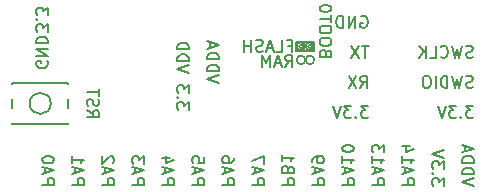
<source format=gbr>
G04 #@! TF.FileFunction,Legend,Bot*
%FSLAX46Y46*%
G04 Gerber Fmt 4.6, Leading zero omitted, Abs format (unit mm)*
G04 Created by KiCad (PCBNEW 0.201510100348+6257~30~ubuntu14.04.1-product) date jeu. 15 oct. 2015 23:40:22 CEST*
%MOMM*%
G01*
G04 APERTURE LIST*
%ADD10C,0.100000*%
%ADD11C,0.200000*%
%ADD12C,0.150000*%
G04 APERTURE END LIST*
D10*
D11*
X121467619Y-111585476D02*
X121943810Y-111918810D01*
X121467619Y-112156905D02*
X122467619Y-112156905D01*
X122467619Y-111775952D01*
X122420000Y-111680714D01*
X122372381Y-111633095D01*
X122277143Y-111585476D01*
X122134286Y-111585476D01*
X122039048Y-111633095D01*
X121991429Y-111680714D01*
X121943810Y-111775952D01*
X121943810Y-112156905D01*
X121515238Y-111204524D02*
X121467619Y-111061667D01*
X121467619Y-110823571D01*
X121515238Y-110728333D01*
X121562857Y-110680714D01*
X121658095Y-110633095D01*
X121753333Y-110633095D01*
X121848571Y-110680714D01*
X121896190Y-110728333D01*
X121943810Y-110823571D01*
X121991429Y-111014048D01*
X122039048Y-111109286D01*
X122086667Y-111156905D01*
X122181905Y-111204524D01*
X122277143Y-111204524D01*
X122372381Y-111156905D01*
X122420000Y-111109286D01*
X122467619Y-111014048D01*
X122467619Y-110775952D01*
X122420000Y-110633095D01*
X122467619Y-110347381D02*
X122467619Y-109775952D01*
X121467619Y-110061667D02*
X122467619Y-110061667D01*
X154217619Y-118014762D02*
X153217619Y-117681429D01*
X154217619Y-117348095D01*
X153217619Y-117014762D02*
X154217619Y-117014762D01*
X154217619Y-116776667D01*
X154170000Y-116633809D01*
X154074762Y-116538571D01*
X153979524Y-116490952D01*
X153789048Y-116443333D01*
X153646190Y-116443333D01*
X153455714Y-116490952D01*
X153360476Y-116538571D01*
X153265238Y-116633809D01*
X153217619Y-116776667D01*
X153217619Y-117014762D01*
X153217619Y-116014762D02*
X154217619Y-116014762D01*
X154217619Y-115776667D01*
X154170000Y-115633809D01*
X154074762Y-115538571D01*
X153979524Y-115490952D01*
X153789048Y-115443333D01*
X153646190Y-115443333D01*
X153455714Y-115490952D01*
X153360476Y-115538571D01*
X153265238Y-115633809D01*
X153217619Y-115776667D01*
X153217619Y-116014762D01*
X153503333Y-115062381D02*
X153503333Y-114586190D01*
X153217619Y-115157619D02*
X154217619Y-114824286D01*
X153217619Y-114490952D01*
X151677619Y-117967143D02*
X151677619Y-117348095D01*
X151296667Y-117681429D01*
X151296667Y-117538571D01*
X151249048Y-117443333D01*
X151201429Y-117395714D01*
X151106190Y-117348095D01*
X150868095Y-117348095D01*
X150772857Y-117395714D01*
X150725238Y-117443333D01*
X150677619Y-117538571D01*
X150677619Y-117824286D01*
X150725238Y-117919524D01*
X150772857Y-117967143D01*
X150772857Y-116919524D02*
X150725238Y-116871905D01*
X150677619Y-116919524D01*
X150725238Y-116967143D01*
X150772857Y-116919524D01*
X150677619Y-116919524D01*
X151677619Y-116538572D02*
X151677619Y-115919524D01*
X151296667Y-116252858D01*
X151296667Y-116110000D01*
X151249048Y-116014762D01*
X151201429Y-115967143D01*
X151106190Y-115919524D01*
X150868095Y-115919524D01*
X150772857Y-115967143D01*
X150725238Y-116014762D01*
X150677619Y-116110000D01*
X150677619Y-116395715D01*
X150725238Y-116490953D01*
X150772857Y-116538572D01*
X151677619Y-115633810D02*
X150677619Y-115300477D01*
X151677619Y-114967143D01*
X148137619Y-117871905D02*
X149137619Y-117871905D01*
X149137619Y-117490952D01*
X149090000Y-117395714D01*
X149042381Y-117348095D01*
X148947143Y-117300476D01*
X148804286Y-117300476D01*
X148709048Y-117348095D01*
X148661429Y-117395714D01*
X148613810Y-117490952D01*
X148613810Y-117871905D01*
X148423333Y-116919524D02*
X148423333Y-116443333D01*
X148137619Y-117014762D02*
X149137619Y-116681429D01*
X148137619Y-116348095D01*
X148137619Y-115490952D02*
X148137619Y-116062381D01*
X148137619Y-115776667D02*
X149137619Y-115776667D01*
X148994762Y-115871905D01*
X148899524Y-115967143D01*
X148851905Y-116062381D01*
X148804286Y-114633809D02*
X148137619Y-114633809D01*
X149185238Y-114871905D02*
X148470952Y-115110000D01*
X148470952Y-114490952D01*
X145597619Y-117871905D02*
X146597619Y-117871905D01*
X146597619Y-117490952D01*
X146550000Y-117395714D01*
X146502381Y-117348095D01*
X146407143Y-117300476D01*
X146264286Y-117300476D01*
X146169048Y-117348095D01*
X146121429Y-117395714D01*
X146073810Y-117490952D01*
X146073810Y-117871905D01*
X145883333Y-116919524D02*
X145883333Y-116443333D01*
X145597619Y-117014762D02*
X146597619Y-116681429D01*
X145597619Y-116348095D01*
X145597619Y-115490952D02*
X145597619Y-116062381D01*
X145597619Y-115776667D02*
X146597619Y-115776667D01*
X146454762Y-115871905D01*
X146359524Y-115967143D01*
X146311905Y-116062381D01*
X146597619Y-115157619D02*
X146597619Y-114538571D01*
X146216667Y-114871905D01*
X146216667Y-114729047D01*
X146169048Y-114633809D01*
X146121429Y-114586190D01*
X146026190Y-114538571D01*
X145788095Y-114538571D01*
X145692857Y-114586190D01*
X145645238Y-114633809D01*
X145597619Y-114729047D01*
X145597619Y-115014762D01*
X145645238Y-115110000D01*
X145692857Y-115157619D01*
X143057619Y-117871905D02*
X144057619Y-117871905D01*
X144057619Y-117490952D01*
X144010000Y-117395714D01*
X143962381Y-117348095D01*
X143867143Y-117300476D01*
X143724286Y-117300476D01*
X143629048Y-117348095D01*
X143581429Y-117395714D01*
X143533810Y-117490952D01*
X143533810Y-117871905D01*
X143343333Y-116919524D02*
X143343333Y-116443333D01*
X143057619Y-117014762D02*
X144057619Y-116681429D01*
X143057619Y-116348095D01*
X143057619Y-115490952D02*
X143057619Y-116062381D01*
X143057619Y-115776667D02*
X144057619Y-115776667D01*
X143914762Y-115871905D01*
X143819524Y-115967143D01*
X143771905Y-116062381D01*
X144057619Y-114871905D02*
X144057619Y-114776666D01*
X144010000Y-114681428D01*
X143962381Y-114633809D01*
X143867143Y-114586190D01*
X143676667Y-114538571D01*
X143438571Y-114538571D01*
X143248095Y-114586190D01*
X143152857Y-114633809D01*
X143105238Y-114681428D01*
X143057619Y-114776666D01*
X143057619Y-114871905D01*
X143105238Y-114967143D01*
X143152857Y-115014762D01*
X143248095Y-115062381D01*
X143438571Y-115110000D01*
X143676667Y-115110000D01*
X143867143Y-115062381D01*
X143962381Y-115014762D01*
X144010000Y-114967143D01*
X144057619Y-114871905D01*
X140517619Y-117871905D02*
X141517619Y-117871905D01*
X141517619Y-117490952D01*
X141470000Y-117395714D01*
X141422381Y-117348095D01*
X141327143Y-117300476D01*
X141184286Y-117300476D01*
X141089048Y-117348095D01*
X141041429Y-117395714D01*
X140993810Y-117490952D01*
X140993810Y-117871905D01*
X140803333Y-116919524D02*
X140803333Y-116443333D01*
X140517619Y-117014762D02*
X141517619Y-116681429D01*
X140517619Y-116348095D01*
X140517619Y-115967143D02*
X140517619Y-115776667D01*
X140565238Y-115681428D01*
X140612857Y-115633809D01*
X140755714Y-115538571D01*
X140946190Y-115490952D01*
X141327143Y-115490952D01*
X141422381Y-115538571D01*
X141470000Y-115586190D01*
X141517619Y-115681428D01*
X141517619Y-115871905D01*
X141470000Y-115967143D01*
X141422381Y-116014762D01*
X141327143Y-116062381D01*
X141089048Y-116062381D01*
X140993810Y-116014762D01*
X140946190Y-115967143D01*
X140898571Y-115871905D01*
X140898571Y-115681428D01*
X140946190Y-115586190D01*
X140993810Y-115538571D01*
X141089048Y-115490952D01*
X137977619Y-117871905D02*
X138977619Y-117871905D01*
X138977619Y-117490952D01*
X138930000Y-117395714D01*
X138882381Y-117348095D01*
X138787143Y-117300476D01*
X138644286Y-117300476D01*
X138549048Y-117348095D01*
X138501429Y-117395714D01*
X138453810Y-117490952D01*
X138453810Y-117871905D01*
X138501429Y-116538571D02*
X138453810Y-116395714D01*
X138406190Y-116348095D01*
X138310952Y-116300476D01*
X138168095Y-116300476D01*
X138072857Y-116348095D01*
X138025238Y-116395714D01*
X137977619Y-116490952D01*
X137977619Y-116871905D01*
X138977619Y-116871905D01*
X138977619Y-116538571D01*
X138930000Y-116443333D01*
X138882381Y-116395714D01*
X138787143Y-116348095D01*
X138691905Y-116348095D01*
X138596667Y-116395714D01*
X138549048Y-116443333D01*
X138501429Y-116538571D01*
X138501429Y-116871905D01*
X137977619Y-115348095D02*
X137977619Y-115919524D01*
X137977619Y-115633810D02*
X138977619Y-115633810D01*
X138834762Y-115729048D01*
X138739524Y-115824286D01*
X138691905Y-115919524D01*
X135437619Y-117871905D02*
X136437619Y-117871905D01*
X136437619Y-117490952D01*
X136390000Y-117395714D01*
X136342381Y-117348095D01*
X136247143Y-117300476D01*
X136104286Y-117300476D01*
X136009048Y-117348095D01*
X135961429Y-117395714D01*
X135913810Y-117490952D01*
X135913810Y-117871905D01*
X135723333Y-116919524D02*
X135723333Y-116443333D01*
X135437619Y-117014762D02*
X136437619Y-116681429D01*
X135437619Y-116348095D01*
X136437619Y-116110000D02*
X136437619Y-115443333D01*
X135437619Y-115871905D01*
X132897619Y-117871905D02*
X133897619Y-117871905D01*
X133897619Y-117490952D01*
X133850000Y-117395714D01*
X133802381Y-117348095D01*
X133707143Y-117300476D01*
X133564286Y-117300476D01*
X133469048Y-117348095D01*
X133421429Y-117395714D01*
X133373810Y-117490952D01*
X133373810Y-117871905D01*
X133183333Y-116919524D02*
X133183333Y-116443333D01*
X132897619Y-117014762D02*
X133897619Y-116681429D01*
X132897619Y-116348095D01*
X133897619Y-115586190D02*
X133897619Y-115776667D01*
X133850000Y-115871905D01*
X133802381Y-115919524D01*
X133659524Y-116014762D01*
X133469048Y-116062381D01*
X133088095Y-116062381D01*
X132992857Y-116014762D01*
X132945238Y-115967143D01*
X132897619Y-115871905D01*
X132897619Y-115681428D01*
X132945238Y-115586190D01*
X132992857Y-115538571D01*
X133088095Y-115490952D01*
X133326190Y-115490952D01*
X133421429Y-115538571D01*
X133469048Y-115586190D01*
X133516667Y-115681428D01*
X133516667Y-115871905D01*
X133469048Y-115967143D01*
X133421429Y-116014762D01*
X133326190Y-116062381D01*
X130357619Y-117871905D02*
X131357619Y-117871905D01*
X131357619Y-117490952D01*
X131310000Y-117395714D01*
X131262381Y-117348095D01*
X131167143Y-117300476D01*
X131024286Y-117300476D01*
X130929048Y-117348095D01*
X130881429Y-117395714D01*
X130833810Y-117490952D01*
X130833810Y-117871905D01*
X130643333Y-116919524D02*
X130643333Y-116443333D01*
X130357619Y-117014762D02*
X131357619Y-116681429D01*
X130357619Y-116348095D01*
X131357619Y-115538571D02*
X131357619Y-116014762D01*
X130881429Y-116062381D01*
X130929048Y-116014762D01*
X130976667Y-115919524D01*
X130976667Y-115681428D01*
X130929048Y-115586190D01*
X130881429Y-115538571D01*
X130786190Y-115490952D01*
X130548095Y-115490952D01*
X130452857Y-115538571D01*
X130405238Y-115586190D01*
X130357619Y-115681428D01*
X130357619Y-115919524D01*
X130405238Y-116014762D01*
X130452857Y-116062381D01*
X127817619Y-117871905D02*
X128817619Y-117871905D01*
X128817619Y-117490952D01*
X128770000Y-117395714D01*
X128722381Y-117348095D01*
X128627143Y-117300476D01*
X128484286Y-117300476D01*
X128389048Y-117348095D01*
X128341429Y-117395714D01*
X128293810Y-117490952D01*
X128293810Y-117871905D01*
X128103333Y-116919524D02*
X128103333Y-116443333D01*
X127817619Y-117014762D02*
X128817619Y-116681429D01*
X127817619Y-116348095D01*
X128484286Y-115586190D02*
X127817619Y-115586190D01*
X128865238Y-115824286D02*
X128150952Y-116062381D01*
X128150952Y-115443333D01*
X125277619Y-117871905D02*
X126277619Y-117871905D01*
X126277619Y-117490952D01*
X126230000Y-117395714D01*
X126182381Y-117348095D01*
X126087143Y-117300476D01*
X125944286Y-117300476D01*
X125849048Y-117348095D01*
X125801429Y-117395714D01*
X125753810Y-117490952D01*
X125753810Y-117871905D01*
X125563333Y-116919524D02*
X125563333Y-116443333D01*
X125277619Y-117014762D02*
X126277619Y-116681429D01*
X125277619Y-116348095D01*
X126277619Y-116110000D02*
X126277619Y-115490952D01*
X125896667Y-115824286D01*
X125896667Y-115681428D01*
X125849048Y-115586190D01*
X125801429Y-115538571D01*
X125706190Y-115490952D01*
X125468095Y-115490952D01*
X125372857Y-115538571D01*
X125325238Y-115586190D01*
X125277619Y-115681428D01*
X125277619Y-115967143D01*
X125325238Y-116062381D01*
X125372857Y-116110000D01*
X122737619Y-117871905D02*
X123737619Y-117871905D01*
X123737619Y-117490952D01*
X123690000Y-117395714D01*
X123642381Y-117348095D01*
X123547143Y-117300476D01*
X123404286Y-117300476D01*
X123309048Y-117348095D01*
X123261429Y-117395714D01*
X123213810Y-117490952D01*
X123213810Y-117871905D01*
X123023333Y-116919524D02*
X123023333Y-116443333D01*
X122737619Y-117014762D02*
X123737619Y-116681429D01*
X122737619Y-116348095D01*
X123642381Y-116062381D02*
X123690000Y-116014762D01*
X123737619Y-115919524D01*
X123737619Y-115681428D01*
X123690000Y-115586190D01*
X123642381Y-115538571D01*
X123547143Y-115490952D01*
X123451905Y-115490952D01*
X123309048Y-115538571D01*
X122737619Y-116110000D01*
X122737619Y-115490952D01*
X120197619Y-117871905D02*
X121197619Y-117871905D01*
X121197619Y-117490952D01*
X121150000Y-117395714D01*
X121102381Y-117348095D01*
X121007143Y-117300476D01*
X120864286Y-117300476D01*
X120769048Y-117348095D01*
X120721429Y-117395714D01*
X120673810Y-117490952D01*
X120673810Y-117871905D01*
X120483333Y-116919524D02*
X120483333Y-116443333D01*
X120197619Y-117014762D02*
X121197619Y-116681429D01*
X120197619Y-116348095D01*
X120197619Y-115490952D02*
X120197619Y-116062381D01*
X120197619Y-115776667D02*
X121197619Y-115776667D01*
X121054762Y-115871905D01*
X120959524Y-115967143D01*
X120911905Y-116062381D01*
X117657619Y-117871905D02*
X118657619Y-117871905D01*
X118657619Y-117490952D01*
X118610000Y-117395714D01*
X118562381Y-117348095D01*
X118467143Y-117300476D01*
X118324286Y-117300476D01*
X118229048Y-117348095D01*
X118181429Y-117395714D01*
X118133810Y-117490952D01*
X118133810Y-117871905D01*
X117943333Y-116919524D02*
X117943333Y-116443333D01*
X117657619Y-117014762D02*
X118657619Y-116681429D01*
X117657619Y-116348095D01*
X118657619Y-115824286D02*
X118657619Y-115729047D01*
X118610000Y-115633809D01*
X118562381Y-115586190D01*
X118467143Y-115538571D01*
X118276667Y-115490952D01*
X118038571Y-115490952D01*
X117848095Y-115538571D01*
X117752857Y-115586190D01*
X117705238Y-115633809D01*
X117657619Y-115729047D01*
X117657619Y-115824286D01*
X117705238Y-115919524D01*
X117752857Y-115967143D01*
X117848095Y-116014762D01*
X118038571Y-116062381D01*
X118276667Y-116062381D01*
X118467143Y-116014762D01*
X118562381Y-115967143D01*
X118610000Y-115919524D01*
X118657619Y-115824286D01*
X130087619Y-111521143D02*
X130087619Y-110902095D01*
X129706667Y-111235429D01*
X129706667Y-111092571D01*
X129659048Y-110997333D01*
X129611429Y-110949714D01*
X129516190Y-110902095D01*
X129278095Y-110902095D01*
X129182857Y-110949714D01*
X129135238Y-110997333D01*
X129087619Y-111092571D01*
X129087619Y-111378286D01*
X129135238Y-111473524D01*
X129182857Y-111521143D01*
X129182857Y-110473524D02*
X129135238Y-110425905D01*
X129087619Y-110473524D01*
X129135238Y-110521143D01*
X129182857Y-110473524D01*
X129087619Y-110473524D01*
X130087619Y-110092572D02*
X130087619Y-109473524D01*
X129706667Y-109806858D01*
X129706667Y-109664000D01*
X129659048Y-109568762D01*
X129611429Y-109521143D01*
X129516190Y-109473524D01*
X129278095Y-109473524D01*
X129182857Y-109521143D01*
X129135238Y-109568762D01*
X129087619Y-109664000D01*
X129087619Y-109949715D01*
X129135238Y-110044953D01*
X129182857Y-110092572D01*
X130087619Y-108425905D02*
X129087619Y-108092572D01*
X130087619Y-107759238D01*
X129087619Y-107425905D02*
X130087619Y-107425905D01*
X130087619Y-107187810D01*
X130040000Y-107044952D01*
X129944762Y-106949714D01*
X129849524Y-106902095D01*
X129659048Y-106854476D01*
X129516190Y-106854476D01*
X129325714Y-106902095D01*
X129230476Y-106949714D01*
X129135238Y-107044952D01*
X129087619Y-107187810D01*
X129087619Y-107425905D01*
X129087619Y-106425905D02*
X130087619Y-106425905D01*
X130087619Y-106187810D01*
X130040000Y-106044952D01*
X129944762Y-105949714D01*
X129849524Y-105902095D01*
X129659048Y-105854476D01*
X129516190Y-105854476D01*
X129325714Y-105902095D01*
X129230476Y-105949714D01*
X129135238Y-106044952D01*
X129087619Y-106187810D01*
X129087619Y-106425905D01*
X139752605Y-106172000D02*
G75*
G03X139752605Y-106172000I-179605J0D01*
G01*
X140514605Y-106172000D02*
G75*
G03X140514605Y-106172000I-179605J0D01*
G01*
X139192000Y-105791000D02*
X140716000Y-105791000D01*
X139192000Y-106553000D02*
X139192000Y-105791000D01*
X140716000Y-106553000D02*
X139192000Y-106553000D01*
X140716000Y-105791000D02*
X140716000Y-106553000D01*
X139932210Y-106172000D02*
G75*
G03X139932210Y-106172000I-359210J0D01*
G01*
X140694210Y-106172000D02*
G75*
G03X140694210Y-106172000I-359210J0D01*
G01*
X140694210Y-107315000D02*
G75*
G03X140694210Y-107315000I-359210J0D01*
G01*
X139932210Y-107315000D02*
G75*
G03X139932210Y-107315000I-359210J0D01*
G01*
X138255476Y-107894381D02*
X138588810Y-107418190D01*
X138826905Y-107894381D02*
X138826905Y-106894381D01*
X138445952Y-106894381D01*
X138350714Y-106942000D01*
X138303095Y-106989619D01*
X138255476Y-107084857D01*
X138255476Y-107227714D01*
X138303095Y-107322952D01*
X138350714Y-107370571D01*
X138445952Y-107418190D01*
X138826905Y-107418190D01*
X137874524Y-107608667D02*
X137398333Y-107608667D01*
X137969762Y-107894381D02*
X137636429Y-106894381D01*
X137303095Y-107894381D01*
X136969762Y-107894381D02*
X136969762Y-106894381D01*
X136636428Y-107608667D01*
X136303095Y-106894381D01*
X136303095Y-107894381D01*
X138493571Y-106100571D02*
X138826905Y-106100571D01*
X138826905Y-106624381D02*
X138826905Y-105624381D01*
X138350714Y-105624381D01*
X137493571Y-106624381D02*
X137969762Y-106624381D01*
X137969762Y-105624381D01*
X137207857Y-106338667D02*
X136731666Y-106338667D01*
X137303095Y-106624381D02*
X136969762Y-105624381D01*
X136636428Y-106624381D01*
X136350714Y-106576762D02*
X136207857Y-106624381D01*
X135969761Y-106624381D01*
X135874523Y-106576762D01*
X135826904Y-106529143D01*
X135779285Y-106433905D01*
X135779285Y-106338667D01*
X135826904Y-106243429D01*
X135874523Y-106195810D01*
X135969761Y-106148190D01*
X136160238Y-106100571D01*
X136255476Y-106052952D01*
X136303095Y-106005333D01*
X136350714Y-105910095D01*
X136350714Y-105814857D01*
X136303095Y-105719619D01*
X136255476Y-105672000D01*
X136160238Y-105624381D01*
X135922142Y-105624381D01*
X135779285Y-105672000D01*
X135350714Y-106624381D02*
X135350714Y-105624381D01*
X135350714Y-106100571D02*
X134779285Y-106100571D01*
X134779285Y-106624381D02*
X134779285Y-105624381D01*
X141676429Y-106743571D02*
X141628810Y-106600714D01*
X141581190Y-106553095D01*
X141485952Y-106505476D01*
X141343095Y-106505476D01*
X141247857Y-106553095D01*
X141200238Y-106600714D01*
X141152619Y-106695952D01*
X141152619Y-107076905D01*
X142152619Y-107076905D01*
X142152619Y-106743571D01*
X142105000Y-106648333D01*
X142057381Y-106600714D01*
X141962143Y-106553095D01*
X141866905Y-106553095D01*
X141771667Y-106600714D01*
X141724048Y-106648333D01*
X141676429Y-106743571D01*
X141676429Y-107076905D01*
X142152619Y-105886429D02*
X142152619Y-105695952D01*
X142105000Y-105600714D01*
X142009762Y-105505476D01*
X141819286Y-105457857D01*
X141485952Y-105457857D01*
X141295476Y-105505476D01*
X141200238Y-105600714D01*
X141152619Y-105695952D01*
X141152619Y-105886429D01*
X141200238Y-105981667D01*
X141295476Y-106076905D01*
X141485952Y-106124524D01*
X141819286Y-106124524D01*
X142009762Y-106076905D01*
X142105000Y-105981667D01*
X142152619Y-105886429D01*
X142152619Y-104838810D02*
X142152619Y-104648333D01*
X142105000Y-104553095D01*
X142009762Y-104457857D01*
X141819286Y-104410238D01*
X141485952Y-104410238D01*
X141295476Y-104457857D01*
X141200238Y-104553095D01*
X141152619Y-104648333D01*
X141152619Y-104838810D01*
X141200238Y-104934048D01*
X141295476Y-105029286D01*
X141485952Y-105076905D01*
X141819286Y-105076905D01*
X142009762Y-105029286D01*
X142105000Y-104934048D01*
X142152619Y-104838810D01*
X142152619Y-104124524D02*
X142152619Y-103553095D01*
X141152619Y-103838810D02*
X142152619Y-103838810D01*
X142152619Y-103029286D02*
X142152619Y-102934047D01*
X142105000Y-102838809D01*
X142057381Y-102791190D01*
X141962143Y-102743571D01*
X141771667Y-102695952D01*
X141533571Y-102695952D01*
X141343095Y-102743571D01*
X141247857Y-102791190D01*
X141200238Y-102838809D01*
X141152619Y-102934047D01*
X141152619Y-103029286D01*
X141200238Y-103124524D01*
X141247857Y-103172143D01*
X141343095Y-103219762D01*
X141533571Y-103267381D01*
X141771667Y-103267381D01*
X141962143Y-103219762D01*
X142057381Y-103172143D01*
X142105000Y-103124524D01*
X142152619Y-103029286D01*
X132627619Y-109283048D02*
X131627619Y-108949715D01*
X132627619Y-108616381D01*
X131627619Y-108283048D02*
X132627619Y-108283048D01*
X132627619Y-108044953D01*
X132580000Y-107902095D01*
X132484762Y-107806857D01*
X132389524Y-107759238D01*
X132199048Y-107711619D01*
X132056190Y-107711619D01*
X131865714Y-107759238D01*
X131770476Y-107806857D01*
X131675238Y-107902095D01*
X131627619Y-108044953D01*
X131627619Y-108283048D01*
X131627619Y-107283048D02*
X132627619Y-107283048D01*
X132627619Y-107044953D01*
X132580000Y-106902095D01*
X132484762Y-106806857D01*
X132389524Y-106759238D01*
X132199048Y-106711619D01*
X132056190Y-106711619D01*
X131865714Y-106759238D01*
X131770476Y-106806857D01*
X131675238Y-106902095D01*
X131627619Y-107044953D01*
X131627619Y-107283048D01*
X131913333Y-106330667D02*
X131913333Y-105854476D01*
X131627619Y-106425905D02*
X132627619Y-106092572D01*
X131627619Y-105759238D01*
X154114524Y-107084762D02*
X153971667Y-107132381D01*
X153733571Y-107132381D01*
X153638333Y-107084762D01*
X153590714Y-107037143D01*
X153543095Y-106941905D01*
X153543095Y-106846667D01*
X153590714Y-106751429D01*
X153638333Y-106703810D01*
X153733571Y-106656190D01*
X153924048Y-106608571D01*
X154019286Y-106560952D01*
X154066905Y-106513333D01*
X154114524Y-106418095D01*
X154114524Y-106322857D01*
X154066905Y-106227619D01*
X154019286Y-106180000D01*
X153924048Y-106132381D01*
X153685952Y-106132381D01*
X153543095Y-106180000D01*
X153209762Y-106132381D02*
X152971667Y-107132381D01*
X152781190Y-106418095D01*
X152590714Y-107132381D01*
X152352619Y-106132381D01*
X151400238Y-107037143D02*
X151447857Y-107084762D01*
X151590714Y-107132381D01*
X151685952Y-107132381D01*
X151828810Y-107084762D01*
X151924048Y-106989524D01*
X151971667Y-106894286D01*
X152019286Y-106703810D01*
X152019286Y-106560952D01*
X151971667Y-106370476D01*
X151924048Y-106275238D01*
X151828810Y-106180000D01*
X151685952Y-106132381D01*
X151590714Y-106132381D01*
X151447857Y-106180000D01*
X151400238Y-106227619D01*
X150495476Y-107132381D02*
X150971667Y-107132381D01*
X150971667Y-106132381D01*
X150162143Y-107132381D02*
X150162143Y-106132381D01*
X149590714Y-107132381D02*
X150019286Y-106560952D01*
X149590714Y-106132381D02*
X150162143Y-106703810D01*
X154114524Y-109624762D02*
X153971667Y-109672381D01*
X153733571Y-109672381D01*
X153638333Y-109624762D01*
X153590714Y-109577143D01*
X153543095Y-109481905D01*
X153543095Y-109386667D01*
X153590714Y-109291429D01*
X153638333Y-109243810D01*
X153733571Y-109196190D01*
X153924048Y-109148571D01*
X154019286Y-109100952D01*
X154066905Y-109053333D01*
X154114524Y-108958095D01*
X154114524Y-108862857D01*
X154066905Y-108767619D01*
X154019286Y-108720000D01*
X153924048Y-108672381D01*
X153685952Y-108672381D01*
X153543095Y-108720000D01*
X153209762Y-108672381D02*
X152971667Y-109672381D01*
X152781190Y-108958095D01*
X152590714Y-109672381D01*
X152352619Y-108672381D01*
X151971667Y-109672381D02*
X151971667Y-108672381D01*
X151733572Y-108672381D01*
X151590714Y-108720000D01*
X151495476Y-108815238D01*
X151447857Y-108910476D01*
X151400238Y-109100952D01*
X151400238Y-109243810D01*
X151447857Y-109434286D01*
X151495476Y-109529524D01*
X151590714Y-109624762D01*
X151733572Y-109672381D01*
X151971667Y-109672381D01*
X150971667Y-109672381D02*
X150971667Y-108672381D01*
X150305001Y-108672381D02*
X150114524Y-108672381D01*
X150019286Y-108720000D01*
X149924048Y-108815238D01*
X149876429Y-109005714D01*
X149876429Y-109339048D01*
X149924048Y-109529524D01*
X150019286Y-109624762D01*
X150114524Y-109672381D01*
X150305001Y-109672381D01*
X150400239Y-109624762D01*
X150495477Y-109529524D01*
X150543096Y-109339048D01*
X150543096Y-109005714D01*
X150495477Y-108815238D01*
X150400239Y-108720000D01*
X150305001Y-108672381D01*
X154162143Y-111212381D02*
X153543095Y-111212381D01*
X153876429Y-111593333D01*
X153733571Y-111593333D01*
X153638333Y-111640952D01*
X153590714Y-111688571D01*
X153543095Y-111783810D01*
X153543095Y-112021905D01*
X153590714Y-112117143D01*
X153638333Y-112164762D01*
X153733571Y-112212381D01*
X154019286Y-112212381D01*
X154114524Y-112164762D01*
X154162143Y-112117143D01*
X153114524Y-112117143D02*
X153066905Y-112164762D01*
X153114524Y-112212381D01*
X153162143Y-112164762D01*
X153114524Y-112117143D01*
X153114524Y-112212381D01*
X152733572Y-111212381D02*
X152114524Y-111212381D01*
X152447858Y-111593333D01*
X152305000Y-111593333D01*
X152209762Y-111640952D01*
X152162143Y-111688571D01*
X152114524Y-111783810D01*
X152114524Y-112021905D01*
X152162143Y-112117143D01*
X152209762Y-112164762D01*
X152305000Y-112212381D01*
X152590715Y-112212381D01*
X152685953Y-112164762D01*
X152733572Y-112117143D01*
X151828810Y-111212381D02*
X151495477Y-112212381D01*
X151162143Y-111212381D01*
X145272143Y-111212381D02*
X144653095Y-111212381D01*
X144986429Y-111593333D01*
X144843571Y-111593333D01*
X144748333Y-111640952D01*
X144700714Y-111688571D01*
X144653095Y-111783810D01*
X144653095Y-112021905D01*
X144700714Y-112117143D01*
X144748333Y-112164762D01*
X144843571Y-112212381D01*
X145129286Y-112212381D01*
X145224524Y-112164762D01*
X145272143Y-112117143D01*
X144224524Y-112117143D02*
X144176905Y-112164762D01*
X144224524Y-112212381D01*
X144272143Y-112164762D01*
X144224524Y-112117143D01*
X144224524Y-112212381D01*
X143843572Y-111212381D02*
X143224524Y-111212381D01*
X143557858Y-111593333D01*
X143415000Y-111593333D01*
X143319762Y-111640952D01*
X143272143Y-111688571D01*
X143224524Y-111783810D01*
X143224524Y-112021905D01*
X143272143Y-112117143D01*
X143319762Y-112164762D01*
X143415000Y-112212381D01*
X143700715Y-112212381D01*
X143795953Y-112164762D01*
X143843572Y-112117143D01*
X142938810Y-111212381D02*
X142605477Y-112212381D01*
X142272143Y-111212381D01*
X144605476Y-109672381D02*
X144938810Y-109196190D01*
X145176905Y-109672381D02*
X145176905Y-108672381D01*
X144795952Y-108672381D01*
X144700714Y-108720000D01*
X144653095Y-108767619D01*
X144605476Y-108862857D01*
X144605476Y-109005714D01*
X144653095Y-109100952D01*
X144700714Y-109148571D01*
X144795952Y-109196190D01*
X145176905Y-109196190D01*
X144272143Y-108672381D02*
X143605476Y-109672381D01*
X143605476Y-108672381D02*
X144272143Y-109672381D01*
X145319762Y-106132381D02*
X144748333Y-106132381D01*
X145034048Y-107132381D02*
X145034048Y-106132381D01*
X144510238Y-106132381D02*
X143843571Y-107132381D01*
X143843571Y-106132381D02*
X144510238Y-107132381D01*
X144653095Y-103640000D02*
X144748333Y-103592381D01*
X144891190Y-103592381D01*
X145034048Y-103640000D01*
X145129286Y-103735238D01*
X145176905Y-103830476D01*
X145224524Y-104020952D01*
X145224524Y-104163810D01*
X145176905Y-104354286D01*
X145129286Y-104449524D01*
X145034048Y-104544762D01*
X144891190Y-104592381D01*
X144795952Y-104592381D01*
X144653095Y-104544762D01*
X144605476Y-104497143D01*
X144605476Y-104163810D01*
X144795952Y-104163810D01*
X144176905Y-104592381D02*
X144176905Y-103592381D01*
X143605476Y-104592381D01*
X143605476Y-103592381D01*
X143129286Y-104592381D02*
X143129286Y-103592381D01*
X142891191Y-103592381D01*
X142748333Y-103640000D01*
X142653095Y-103735238D01*
X142605476Y-103830476D01*
X142557857Y-104020952D01*
X142557857Y-104163810D01*
X142605476Y-104354286D01*
X142653095Y-104449524D01*
X142748333Y-104544762D01*
X142891191Y-104592381D01*
X143129286Y-104592381D01*
X118102000Y-107441904D02*
X118149619Y-107537142D01*
X118149619Y-107679999D01*
X118102000Y-107822857D01*
X118006762Y-107918095D01*
X117911524Y-107965714D01*
X117721048Y-108013333D01*
X117578190Y-108013333D01*
X117387714Y-107965714D01*
X117292476Y-107918095D01*
X117197238Y-107822857D01*
X117149619Y-107679999D01*
X117149619Y-107584761D01*
X117197238Y-107441904D01*
X117244857Y-107394285D01*
X117578190Y-107394285D01*
X117578190Y-107584761D01*
X117149619Y-106965714D02*
X118149619Y-106965714D01*
X117149619Y-106394285D01*
X118149619Y-106394285D01*
X117149619Y-105918095D02*
X118149619Y-105918095D01*
X118149619Y-105680000D01*
X118102000Y-105537142D01*
X118006762Y-105441904D01*
X117911524Y-105394285D01*
X117721048Y-105346666D01*
X117578190Y-105346666D01*
X117387714Y-105394285D01*
X117292476Y-105441904D01*
X117197238Y-105537142D01*
X117149619Y-105680000D01*
X117149619Y-105918095D01*
X118149619Y-104933619D02*
X118149619Y-104314571D01*
X117768667Y-104647905D01*
X117768667Y-104505047D01*
X117721048Y-104409809D01*
X117673429Y-104362190D01*
X117578190Y-104314571D01*
X117340095Y-104314571D01*
X117244857Y-104362190D01*
X117197238Y-104409809D01*
X117149619Y-104505047D01*
X117149619Y-104790762D01*
X117197238Y-104886000D01*
X117244857Y-104933619D01*
X117244857Y-103886000D02*
X117197238Y-103838381D01*
X117149619Y-103886000D01*
X117197238Y-103933619D01*
X117244857Y-103886000D01*
X117149619Y-103886000D01*
X118149619Y-103505048D02*
X118149619Y-102886000D01*
X117768667Y-103219334D01*
X117768667Y-103076476D01*
X117721048Y-102981238D01*
X117673429Y-102933619D01*
X117578190Y-102886000D01*
X117340095Y-102886000D01*
X117244857Y-102933619D01*
X117197238Y-102981238D01*
X117149619Y-103076476D01*
X117149619Y-103362191D01*
X117197238Y-103457429D01*
X117244857Y-103505048D01*
D12*
X115150000Y-109250000D02*
X115150000Y-109350000D01*
X115150000Y-112750000D02*
X115150000Y-112650000D01*
X119850000Y-112650000D02*
X119850000Y-112750000D01*
X119850000Y-109250000D02*
X119850000Y-109350000D01*
X119850000Y-110650000D02*
X119850000Y-111350000D01*
X115150000Y-110650000D02*
X115150000Y-111350000D01*
X115150000Y-109250000D02*
X119850000Y-109250000D01*
X119850000Y-112750000D02*
X115150000Y-112750000D01*
X118400000Y-111000000D02*
G75*
G03X118400000Y-111000000I-900000J0D01*
G01*
M02*

</source>
